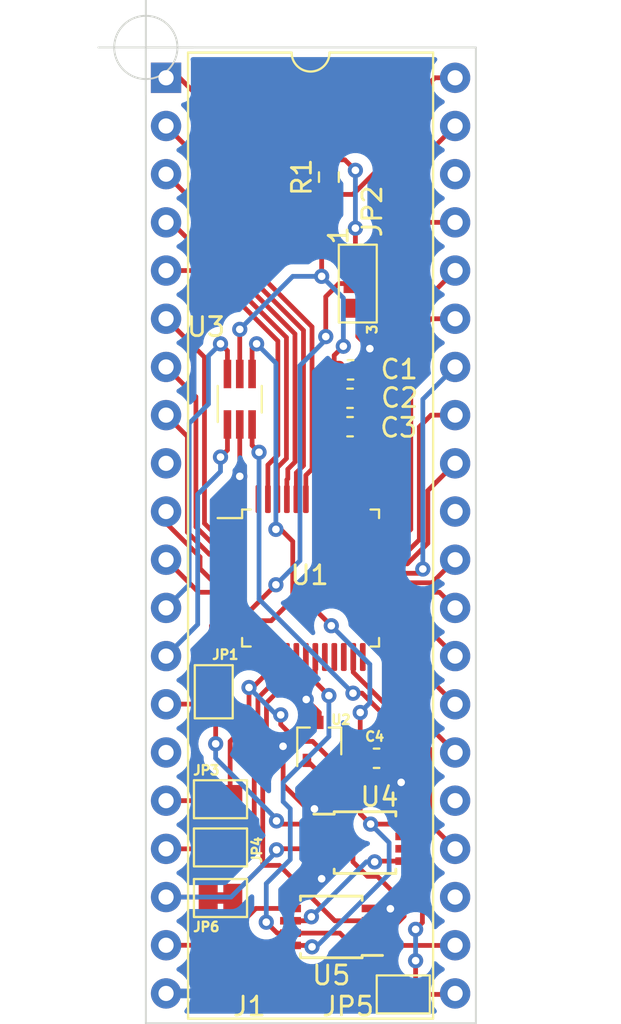
<source format=kicad_pcb>
(kicad_pcb (version 20211014) (generator pcbnew)
  (layers (0 "F.Cu" signal) (31 "B.Cu" signal) (34 "B.Paste" user) (35 "F.Paste" user) (36 "B.SilkS" user "B.Silkscreen") (37 "F.SilkS" user "F.Silkscreen") (38 "B.Mask" user) (39 "F.Mask" user) (44 "Edge.Cuts" user))
  (net 0 "")
  (net 3 "GND")
  (net 6 "_DTR")
  (net 7 "_CTS")
  (net 8 "_DSR")
  (net 10 "VCC")
  (net 23 "_OP")
  (net 24 "_RTS")
  (net 25 "_DIP_IOR")
  (net 29 "DIP_IOR")
  (net 30 "_TXRDY")
  (net 33 "/D_{7}")
  (net 34 "/D_{6}")
  (net 35 "/D_{5}")
  (net 36 "/D_{4}")
  (net 37 "/D_{3}")
  (net 38 "/D_{2}")
  (net 39 "/D_{1}")
  (net 40 "/D_{0}")
  (net 41 "_DIP_CS2")
  (net 42 "_UART_CS")
  (net 43 "A_{2}")
  (net 44 "A_{1}")
  (net 45 "A_{0}")
  (net 46 "Net-(JP2-Pad1)")
  (net 47 "MODE")
  (net 48 "RESET")
  (net 49 "INT")
  (net 50 "DIP_CS1")
  (net 51 "DIP_CS0")
  (net 52 "TX")
  (net 53 "RX")
  (net 54 "_RI")
  (net 55 "XTAL1")
  (net 56 "XTAL2")
  (net 57 "DIP_XTAL1")
  (net 58 "DIP_XTAL2")
  (net 59 "_RXRDY")
  (net 60 "_IOW")
  (net 61 "_IOR")
  (net 62 "_DIP_IOW")
  (net 63 "DIP_IOW")
  (net 64 "Net-(U3-Pad3)")
  (net 66 "Net-(U4-Pad2)")
  (net 67 "Net-(U4-Pad5)")
  (footprint "Package_DIP:DIP-40_W15.24mm" (layer "F.Cu") (at 21.5138 19.3802)
    (fp_text reference "J1" (at 4.3942 48.9458) (layer "F.SilkS"))
    (fp_text value "DIP")
    (pad "1" thru_hole rect (at 0 0) (size 1.6 1.6) (drill 0.8) (layers *.Cu *.Mask) (net 40 "/D_{0}"))
    (pad "2" thru_hole oval (at 0 2.54) (size 1.6 1.6) (drill 0.8) (layers *.Cu *.Mask) (net 39 "/D_{1}"))
    (pad "3" thru_hole oval (at 0 5.08) (size 1.6 1.6) (drill 0.8) (layers *.Cu *.Mask) (net 38 "/D_{2}"))
    (pad "4" thru_hole oval (at 0 7.62) (size 1.6 1.6) (drill 0.8) (layers *.Cu *.Mask) (net 37 "/D_{3}"))
    (pad "5" thru_hole oval (at 0 10.16) (size 1.6 1.6) (drill 0.8) (layers *.Cu *.Mask) (net 36 "/D_{4}"))
    (pad "6" thru_hole oval (at 0 12.7) (size 1.6 1.6) (drill 0.8) (layers *.Cu *.Mask) (net 35 "/D_{5}"))
    (pad "7" thru_hole oval (at 0 15.24) (size 1.6 1.6) (drill 0.8) (layers *.Cu *.Mask) (net 34 "/D_{6}"))
    (pad "8" thru_hole oval (at 0 17.78) (size 1.6 1.6) (drill 0.8) (layers *.Cu *.Mask) (net 33 "/D_{7}"))
    (pad "9" thru_hole oval (at 0 20.32) (size 1.6 1.6) (drill 0.8) (layers *.Cu *.Mask))
    (pad "10" thru_hole oval (at 0 22.86) (size 1.6 1.6) (drill 0.8) (layers *.Cu *.Mask) (net 53 "RX"))
    (pad "11" thru_hole oval (at 0 25.4) (size 1.6 1.6) (drill 0.8) (layers *.Cu *.Mask) (net 52 "TX"))
    (pad "12" thru_hole oval (at 0 27.94) (size 1.6 1.6) (drill 0.8) (layers *.Cu *.Mask) (net 51 "DIP_CS0"))
    (pad "13" thru_hole oval (at 0 30.48) (size 1.6 1.6) (drill 0.8) (layers *.Cu *.Mask) (net 50 "DIP_CS1"))
    (pad "14" thru_hole oval (at 0 33.02) (size 1.6 1.6) (drill 0.8) (layers *.Cu *.Mask) (net 41 "_DIP_CS2"))
    (pad "15" thru_hole oval (at 0 35.56) (size 1.6 1.6) (drill 0.8) (layers *.Cu *.Mask))
    (pad "16" thru_hole oval (at 0 38.1) (size 1.6 1.6) (drill 0.8) (layers *.Cu *.Mask) (net 57 "DIP_XTAL1"))
    (pad "17" thru_hole oval (at 0 40.64) (size 1.6 1.6) (drill 0.8) (layers *.Cu *.Mask) (net 58 "DIP_XTAL2"))
    (pad "18" thru_hole oval (at 0 43.18) (size 1.6 1.6) (drill 0.8) (layers *.Cu *.Mask) (net 62 "_DIP_IOW"))
    (pad "19" thru_hole oval (at 0 45.72) (size 1.6 1.6) (drill 0.8) (layers *.Cu *.Mask) (net 63 "DIP_IOW"))
    (pad "20" thru_hole oval (at 0 48.26) (size 1.6 1.6) (drill 0.8) (layers *.Cu *.Mask) (net 3 "GND"))
    (pad "21" thru_hole oval (at 15.24 48.26) (size 1.6 1.6) (drill 0.8) (layers *.Cu *.Mask) (net 25 "_DIP_IOR"))
    (pad "22" thru_hole oval (at 15.24 45.72) (size 1.6 1.6) (drill 0.8) (layers *.Cu *.Mask) (net 29 "DIP_IOR"))
    (pad "23" thru_hole oval (at 15.24 43.18) (size 1.6 1.6) (drill 0.8) (layers *.Cu *.Mask))
    (pad "24" thru_hole oval (at 15.24 40.64) (size 1.6 1.6) (drill 0.8) (layers *.Cu *.Mask) (net 30 "_TXRDY"))
    (pad "25" thru_hole oval (at 15.24 38.1) (size 1.6 1.6) (drill 0.8) (layers *.Cu *.Mask))
    (pad "26" thru_hole oval (at 15.24 35.56) (size 1.6 1.6) (drill 0.8) (layers *.Cu *.Mask) (net 43 "A_{2}"))
    (pad "27" thru_hole oval (at 15.24 33.02) (size 1.6 1.6) (drill 0.8) (layers *.Cu *.Mask) (net 44 "A_{1}"))
    (pad "28" thru_hole oval (at 15.24 30.48) (size 1.6 1.6) (drill 0.8) (layers *.Cu *.Mask) (net 45 "A_{0}"))
    (pad "29" thru_hole oval (at 15.24 27.94) (size 1.6 1.6) (drill 0.8) (layers *.Cu *.Mask) (net 59 "_RXRDY"))
    (pad "30" thru_hole oval (at 15.24 25.4) (size 1.6 1.6) (drill 0.8) (layers *.Cu *.Mask) (net 49 "INT"))
    (pad "31" thru_hole oval (at 15.24 22.86) (size 1.6 1.6) (drill 0.8) (layers *.Cu *.Mask))
    (pad "32" thru_hole oval (at 15.24 20.32) (size 1.6 1.6) (drill 0.8) (layers *.Cu *.Mask) (net 24 "_RTS"))
    (pad "33" thru_hole oval (at 15.24 17.78) (size 1.6 1.6) (drill 0.8) (layers *.Cu *.Mask) (net 6 "_DTR"))
    (pad "34" thru_hole oval (at 15.24 15.24) (size 1.6 1.6) (drill 0.8) (layers *.Cu *.Mask) (net 23 "_OP"))
    (pad "35" thru_hole oval (at 15.24 12.7) (size 1.6 1.6) (drill 0.8) (layers *.Cu *.Mask) (net 48 "RESET"))
    (pad "36" thru_hole oval (at 15.24 10.16) (size 1.6 1.6) (drill 0.8) (layers *.Cu *.Mask) (net 7 "_CTS"))
    (pad "37" thru_hole oval (at 15.24 7.62) (size 1.6 1.6) (drill 0.8) (layers *.Cu *.Mask) (net 8 "_DSR"))
    (pad "38" thru_hole oval (at 15.24 5.08) (size 1.6 1.6) (drill 0.8) (layers *.Cu *.Mask))
    (pad "39" thru_hole oval (at 15.24 2.54) (size 1.6 1.6) (drill 0.8) (layers *.Cu *.Mask) (net 54 "_RI"))
    (pad "40" thru_hole oval (at 15.24 0) (size 1.6 1.6) (drill 0.8) (layers *.Cu *.Mask) (net 10 "VCC"))
  )
  (footprint "Package_QFP:TQFP-48_7x7mm_P0.5mm" (layer "F.Cu") (at 29.1338 45.7454)
    (fp_text reference "U1" (at -0.0508 -0.1524) (layer "F.SilkS"))
    (fp_text value "TL16C750E")
    (pad "1" smd roundrect (at -4.1625 -2.75) (size 1.475 0.3) (layers "F.Cu" "F.Paste" "F.Mask"))
    (pad "2" smd roundrect (at -4.1625 -2.25) (size 1.475 0.3) (layers "F.Cu" "F.Paste" "F.Mask") (net 35 "/D_{5}"))
    (pad "3" smd roundrect (at -4.1625 -1.75) (size 1.475 0.3) (layers "F.Cu" "F.Paste" "F.Mask") (net 34 "/D_{6}"))
    (pad "4" smd roundrect (at -4.1625 -1.25) (size 1.475 0.3) (layers "F.Cu" "F.Paste" "F.Mask") (net 33 "/D_{7}"))
    (pad "5" smd roundrect (at -4.1625 -0.75) (size 1.475 0.3) (layers "F.Cu" "F.Paste" "F.Mask"))
    (pad "6" smd roundrect (at -4.1625 -0.25) (size 1.475 0.3) (layers "F.Cu" "F.Paste" "F.Mask"))
    (pad "7" smd roundrect (at -4.1625 0.25) (size 1.475 0.3) (layers "F.Cu" "F.Paste" "F.Mask") (net 53 "RX"))
    (pad "8" smd roundrect (at -4.1625 0.75) (size 1.475 0.3) (layers "F.Cu" "F.Paste" "F.Mask") (net 52 "TX"))
    (pad "9" smd roundrect (at -4.1625 1.25) (size 1.475 0.3) (layers "F.Cu" "F.Paste" "F.Mask"))
    (pad "10" smd roundrect (at -4.1625 1.75) (size 1.475 0.3) (layers "F.Cu" "F.Paste" "F.Mask") (net 47 "MODE"))
    (pad "11" smd roundrect (at -4.1625 2.25) (size 1.475 0.3) (layers "F.Cu" "F.Paste" "F.Mask") (net 42 "_UART_CS"))
    (pad "12" smd roundrect (at -4.1625 2.75) (size 1.475 0.3) (layers "F.Cu" "F.Paste" "F.Mask"))
    (pad "13" smd roundrect (at -2.75 4.1625) (size 0.3 1.475) (layers "F.Cu" "F.Paste" "F.Mask"))
    (pad "14" smd roundrect (at -2.25 4.1625) (size 0.3 1.475) (layers "F.Cu" "F.Paste" "F.Mask") (net 55 "XTAL1"))
    (pad "15" smd roundrect (at -1.75 4.1625) (size 0.3 1.475) (layers "F.Cu" "F.Paste" "F.Mask") (net 56 "XTAL2"))
    (pad "16" smd roundrect (at -1.25 4.1625) (size 0.3 1.475) (layers "F.Cu" "F.Paste" "F.Mask") (net 60 "_IOW"))
    (pad "17" smd roundrect (at -0.75 4.1625) (size 0.3 1.475) (layers "F.Cu" "F.Paste" "F.Mask"))
    (pad "18" smd roundrect (at -0.25 4.1625) (size 0.3 1.475) (layers "F.Cu" "F.Paste" "F.Mask") (net 3 "GND"))
    (pad "19" smd roundrect (at 0.25 4.1625) (size 0.3 1.475) (layers "F.Cu" "F.Paste" "F.Mask") (net 61 "_IOR"))
    (pad "20" smd roundrect (at 0.75 4.1625) (size 0.3 1.475) (layers "F.Cu" "F.Paste" "F.Mask"))
    (pad "21" smd roundrect (at 1.25 4.1625) (size 0.3 1.475) (layers "F.Cu" "F.Paste" "F.Mask"))
    (pad "22" smd roundrect (at 1.75 4.1625) (size 0.3 1.475) (layers "F.Cu" "F.Paste" "F.Mask"))
    (pad "23" smd roundrect (at 2.25 4.1625) (size 0.3 1.475) (layers "F.Cu" "F.Paste" "F.Mask") (net 30 "_TXRDY"))
    (pad "24" smd roundrect (at 2.75 4.1625) (size 0.3 1.475) (layers "F.Cu" "F.Paste" "F.Mask"))
    (pad "25" smd roundrect (at 4.1625 2.75) (size 1.475 0.3) (layers "F.Cu" "F.Paste" "F.Mask"))
    (pad "26" smd roundrect (at 4.1625 2.25) (size 1.475 0.3) (layers "F.Cu" "F.Paste" "F.Mask") (net 43 "A_{2}"))
    (pad "27" smd roundrect (at 4.1625 1.75) (size 1.475 0.3) (layers "F.Cu" "F.Paste" "F.Mask") (net 44 "A_{1}"))
    (pad "28" smd roundrect (at 4.1625 1.25) (size 1.475 0.3) (layers "F.Cu" "F.Paste" "F.Mask") (net 45 "A_{0}"))
    (pad "29" smd roundrect (at 4.1625 0.75) (size 1.475 0.3) (layers "F.Cu" "F.Paste" "F.Mask") (net 59 "_RXRDY"))
    (pad "30" smd roundrect (at 4.1625 0.25) (size 1.475 0.3) (layers "F.Cu" "F.Paste" "F.Mask") (net 49 "INT"))
    (pad "31" smd roundrect (at 4.1625 -0.25) (size 1.475 0.3) (layers "F.Cu" "F.Paste" "F.Mask") (net 23 "_OP"))
    (pad "32" smd roundrect (at 4.1625 -0.75) (size 1.475 0.3) (layers "F.Cu" "F.Paste" "F.Mask") (net 24 "_RTS"))
    (pad "33" smd roundrect (at 4.1625 -1.25) (size 1.475 0.3) (layers "F.Cu" "F.Paste" "F.Mask") (net 6 "_DTR"))
    (pad "34" smd roundrect (at 4.1625 -1.75) (size 1.475 0.3) (layers "F.Cu" "F.Paste" "F.Mask"))
    (pad "35" smd roundrect (at 4.1625 -2.25) (size 1.475 0.3) (layers "F.Cu" "F.Paste" "F.Mask") (net 48 "RESET"))
    (pad "36" smd roundrect (at 4.1625 -2.75) (size 1.475 0.3) (layers "F.Cu" "F.Paste" "F.Mask"))
    (pad "37" smd roundrect (at 2.75 -4.1625) (size 0.3 1.475) (layers "F.Cu" "F.Paste" "F.Mask"))
    (pad "38" smd roundrect (at 2.25 -4.1625) (size 0.3 1.475) (layers "F.Cu" "F.Paste" "F.Mask") (net 7 "_CTS"))
    (pad "39" smd roundrect (at 1.75 -4.1625) (size 0.3 1.475) (layers "F.Cu" "F.Paste" "F.Mask") (net 8 "_DSR"))
    (pad "40" smd roundrect (at 1.25 -4.1625) (size 0.3 1.475) (layers "F.Cu" "F.Paste" "F.Mask"))
    (pad "41" smd roundrect (at 0.75 -4.1625) (size 0.3 1.475) (layers "F.Cu" "F.Paste" "F.Mask") (net 54 "_RI"))
    (pad "42" smd roundrect (at 0.25 -4.1625) (size 0.3 1.475) (layers "F.Cu" "F.Paste" "F.Mask") (net 10 "VCC"))
    (pad "43" smd roundrect (at -0.25 -4.1625) (size 0.3 1.475) (layers "F.Cu" "F.Paste" "F.Mask") (net 40 "/D_{0}"))
    (pad "44" smd roundrect (at -0.75 -4.1625) (size 0.3 1.475) (layers "F.Cu" "F.Paste" "F.Mask") (net 39 "/D_{1}"))
    (pad "45" smd roundrect (at -1.25 -4.1625) (size 0.3 1.475) (layers "F.Cu" "F.Paste" "F.Mask") (net 38 "/D_{2}"))
    (pad "46" smd roundrect (at -1.75 -4.1625) (size 0.3 1.475) (layers "F.Cu" "F.Paste" "F.Mask") (net 37 "/D_{3}"))
    (pad "47" smd roundrect (at -2.25 -4.1625) (size 0.3 1.475) (layers "F.Cu" "F.Paste" "F.Mask") (net 36 "/D_{4}"))
    (pad "48" smd roundrect (at -2.75 -4.1625) (size 0.3 1.475) (layers "F.Cu" "F.Paste" "F.Mask"))
  )
  (footprint "Jumper:SolderJumper-2_P1.3mm_Open_Pad1.0x1.5mm" (layer "F.Cu") (at 24.384 59.944)
    (fp_text reference "JP4" (at 1.92 0.127 270) (layer "F.SilkS") (effects (font (size 0.5 0.5) (thickness 0.125))))
    (fp_text value "XTAL2 passthrough")
    (pad "1" smd rect (at -0.65 0) (size 1 1.5) (layers "F.Cu" "F.Mask") (net 58 "DIP_XTAL2"))
    (pad "2" smd rect (at 0.65 0) (size 1 1.5) (layers "F.Cu" "F.Mask") (net 56 "XTAL2"))
  )
  (footprint "Jumper:SolderJumper-2_P1.3mm_Bridged_Pad1.0x1.5mm" (layer "F.Cu") (at 24.0284 51.7398 90)
    (fp_text reference "JP1" (at 1.9558 0.6096) (layer "F.SilkS") (effects (font (size 0.5 0.5) (thickness 0.125))))
    (fp_text value "_DIP_CS2 to _UART_CS passthrough")
    (fp_poly (pts (xy -0.25 -0.3) (xy 0.25 -0.3) (xy 0.25 0.3) (xy -0.25 0.3)) (layer "F.Cu") (width 0) (fill solid))
    (pad "1" smd rect (at -0.65 0 90) (size 1 1.5) (layers "F.Cu" "F.Mask") (net 41 "_DIP_CS2"))
    (pad "2" smd rect (at 0.65 0 90) (size 1 1.5) (layers "F.Cu" "F.Mask") (net 42 "_UART_CS"))
  )
  (footprint "Capacitor_SMD:C_0603_1608Metric_Pad1.08x0.95mm_HandSolder" (layer "F.Cu") (at 31.2133 36.2712)
    (fp_text reference "C2" (at 2.6162 -0.0208) (layer "F.SilkS"))
    (fp_text value "0.1uF")
    (pad "1" smd roundrect (at -0.8625 0) (size 1.075 0.95) (layers "F.Cu" "F.Paste" "F.Mask") (net 10 "VCC"))
    (pad "2" smd roundrect (at 0.8625 0) (size 1.075 0.95) (layers "F.Cu" "F.Paste" "F.Mask") (net 3 "GND"))
  )
  (footprint "Package_SO:TSSOP-8_3x3mm_P0.65mm" (layer "F.Cu") (at 30.226 64.135 180)
    (fp_text reference "U5" (at 0 -2.55) (layer "F.SilkS"))
    (fp_text value "74LVC2G02")
    (pad "1" smd rect (at -2.15 -0.975 180) (size 1.1 0.4) (layers "F.Cu" "F.Paste" "F.Mask") (net 29 "DIP_IOR"))
    (pad "2" smd rect (at -2.15 -0.325 180) (size 1.1 0.4) (layers "F.Cu" "F.Paste" "F.Mask") (net 66 "Net-(U4-Pad2)"))
    (pad "3" smd rect (at -2.15 0.325 180) (size 1.1 0.4) (layers "F.Cu" "F.Paste" "F.Mask") (net 60 "_IOW"))
    (pad "4" smd rect (at -2.15 0.975 180) (size 1.1 0.4) (layers "F.Cu" "F.Paste" "F.Mask") (net 3 "GND"))
    (pad "5" smd rect (at 2.15 0.975 180) (size 1.1 0.4) (layers "F.Cu" "F.Paste" "F.Mask") (net 63 "DIP_IOW"))
    (pad "6" smd rect (at 2.15 0.325 180) (size 1.1 0.4) (layers "F.Cu" "F.Paste" "F.Mask") (net 67 "Net-(U4-Pad5)"))
    (pad "7" smd rect (at 2.15 -0.325 180) (size 1.1 0.4) (layers "F.Cu" "F.Paste" "F.Mask") (net 61 "_IOR"))
    (pad "8" smd rect (at 2.15 -0.975 180) (size 1.1 0.4) (layers "F.Cu" "F.Paste" "F.Mask") (net 10 "VCC"))
  )
  (footprint "Jumper:SolderJumper-2_P1.3mm_Bridged_Pad1.0x1.5mm" (layer "F.Cu") (at 24.384 62.611)
    (fp_text reference "JP6" (at -0.747 1.524) (layer "F.SilkS") (effects (font (size 0.5 0.5) (thickness 0.125))))
    (fp_text value "_DIP_IOW to _IOW passthrough")
    (fp_poly (pts (xy -0.25 -0.3) (xy 0.25 -0.3) (xy 0.25 0.3) (xy -0.25 0.3)) (layer "F.Cu") (width 0) (fill solid))
    (pad "1" smd rect (at -0.65 0) (size 1 1.5) (layers "F.Cu" "F.Mask") (net 62 "_DIP_IOW"))
    (pad "2" smd rect (at 0.65 0) (size 1 1.5) (layers "F.Cu" "F.Mask") (net 60 "_IOW"))
  )
  (footprint "Capacitor_SMD:C_0603_1608Metric_Pad1.08x0.95mm_HandSolder" (layer "F.Cu") (at 31.2155 37.7698)
    (fp_text reference "C3" (at 2.5665 0.0508) (layer "F.SilkS"))
    (fp_text value "0.01uF")
    (pad "1" smd roundrect (at -0.8625 0) (size 1.075 0.95) (layers "F.Cu" "F.Paste" "F.Mask") (net 10 "VCC"))
    (pad "2" smd roundrect (at 0.8625 0) (size 1.075 0.95) (layers "F.Cu" "F.Paste" "F.Mask") (net 3 "GND"))
  )
  (footprint "Package_TO_SOT_SMD:SOT-363_SC-70-6_Handsoldering" (layer "F.Cu") (at 25.4 36.322 90)
    (fp_text reference "U3" (at 3.81 -1.778) (layer "F.SilkS"))
    (fp_text value "74LVC1G10")
    (pad "1" smd rect (at -1.33 -0.65 90) (size 1.5 0.4) (layers "F.Cu" "F.Paste" "F.Mask") (net 50 "DIP_CS1"))
    (pad "2" smd rect (at -1.33 0 90) (size 1.5 0.4) (layers "F.Cu" "F.Paste" "F.Mask") (net 3 "GND"))
    (pad "3" smd rect (at -1.33 0.65 90) (size 1.5 0.4) (layers "F.Cu" "F.Paste" "F.Mask") (net 64 "Net-(U3-Pad3)"))
    (pad "4" smd rect (at 1.33 0.65 90) (size 1.5 0.4) (layers "F.Cu" "F.Paste" "F.Mask") (net 42 "_UART_CS"))
    (pad "5" smd rect (at 1.33 0 90) (size 1.5 0.4) (layers "F.Cu" "F.Paste" "F.Mask") (net 10 "VCC"))
    (pad "6" smd rect (at 1.33 -0.65 90) (size 1.5 0.4) (layers "F.Cu" "F.Paste" "F.Mask") (net 51 "DIP_CS0"))
  )
  (footprint "Capacitor_SMD:C_0603_1608Metric_Pad1.08x0.95mm_HandSolder" (layer "F.Cu") (at 31.2409 34.7726)
    (fp_text reference "C1" (at 2.5643 -0.0254) (layer "F.SilkS"))
    (fp_text value "1uF")
    (pad "1" smd roundrect (at -0.8625 0) (size 1.075 0.95) (layers "F.Cu" "F.Paste" "F.Mask") (net 10 "VCC"))
    (pad "2" smd roundrect (at 0.8625 0) (size 1.075 0.95) (layers "F.Cu" "F.Paste" "F.Mask") (net 3 "GND"))
  )
  (footprint "Capacitor_SMD:C_0603_1608Metric_Pad1.08x0.95mm_HandSolder" (layer "F.Cu") (at 32.6125 55.245)
    (fp_text reference "C4" (at -0.1005 -1.143) (layer "F.SilkS") (effects (font (size 0.5 0.5) (thickness 0.125))))
    (fp_text value "0.1uF")
    (pad "1" smd roundrect (at -0.8625 0) (size 1.075 0.95) (layers "F.Cu" "F.Paste" "F.Mask") (net 10 "VCC"))
    (pad "2" smd roundrect (at 0.8625 0) (size 1.075 0.95) (layers "F.Cu" "F.Paste" "F.Mask") (net 3 "GND"))
  )
  (footprint "Resistor_SMD:R_0603_1608Metric_Pad0.98x0.95mm_HandSolder" (layer "F.Cu") (at 30.099 24.6145 90)
    (fp_text reference "R1" (at 0 -1.43 90) (layer "F.SilkS"))
    (fp_text value "10k")
    (pad "1" smd roundrect (at -0.9125 0 90) (size 0.975 0.95) (layers "F.Cu" "F.Paste" "F.Mask") (net 10 "VCC"))
    (pad "2" smd roundrect (at 0.9125 0 90) (size 0.975 0.95) (layers "F.Cu" "F.Paste" "F.Mask") (net 46 "Net-(JP2-Pad1)"))
  )
  (footprint "Jumper:SolderJumper-2_P1.3mm_Bridged_Pad1.0x1.5mm" (layer "F.Cu") (at 34.021 67.691 180)
    (fp_text reference "JP5" (at 2.906 -0.635 180) (layer "F.SilkS"))
    (fp_text value "_DIP_IOR to _IOR passthrough")
    (fp_poly (pts (xy -0.25 -0.3) (xy 0.25 -0.3) (xy 0.25 0.3) (xy -0.25 0.3)) (layer "F.Cu") (width 0) (fill solid))
    (pad "1" smd rect (at -0.65 0 180) (size 1 1.5) (layers "F.Cu" "F.Mask") (net 25 "_DIP_IOR"))
    (pad "2" smd rect (at 0.65 0 180) (size 1 1.5) (layers "F.Cu" "F.Mask") (net 61 "_IOR"))
  )
  (footprint "Package_TO_SOT_SMD:SOT-323_SC-70" (layer "F.Cu") (at 29.591 54.356 90)
    (fp_text reference "U2" (at 1.143 1.143 180) (layer "F.SilkS") (effects (font (size 0.5 0.5) (thickness 0.125))))
    (fp_text value "MAX7375AXR805")
    (pad "1" smd rect (at -1 -0.65) (size 0.45 0.7) (layers "F.Cu" "F.Paste" "F.Mask") (net 10 "VCC"))
    (pad "2" smd rect (at -1 0.65) (size 0.45 0.7) (layers "F.Cu" "F.Paste" "F.Mask") (net 55 "XTAL1"))
    (pad "3" smd rect (at 1 0) (size 0.45 0.7) (layers "F.Cu" "F.Paste" "F.Mask") (net 3 "GND"))
  )
  (footprint "Jumper:SolderJumper-2_P1.3mm_Open_Pad1.0x1.5mm" (layer "F.Cu") (at 24.384 57.404)
    (fp_text reference "JP3" (at -0.747 -1.524) (layer "F.SilkS") (effects (font (size 0.5 0.5) (thickness 0.125))))
    (fp_text value "XTAL1 passthrough")
    (pad "1" smd rect (at -0.65 0) (size 1 1.5) (layers "F.Cu" "F.Mask") (net 57 "DIP_XTAL1"))
    (pad "2" smd rect (at 0.65 0) (size 1 1.5) (layers "F.Cu" "F.Mask") (net 55 "XTAL1"))
  )
  (footprint "Jumper:SolderJumper-3_P1.3mm_Bridged12_Pad1.0x1.5mm_NumberLabels" (layer "F.Cu") (at 31.623 30.226 -90)
    (fp_text reference "JP2" (at -3.81 -0.762 90) (layer "F.SilkS"))
    (fp_text value "16C750E MODE select")
    (fp_text user "3" (at 2.413 -0.762 90) (layer "F.SilkS") (effects (font (size 0.5 0.5) (thickness 0.125))))
    (fp_text user "1" (at -2.54 1.016 90) (layer "F.SilkS"))
    (fp_poly (pts (xy -0.9 -0.3) (xy -0.4 -0.3) (xy -0.4 0.3) (xy -0.9 0.3)) (layer "F.Cu") (width 0) (fill solid))
    (pad "1" smd rect (at -1.3 0 270) (size 1 1.5) (layers "F.Cu" "F.Mask") (net 46 "Net-(JP2-Pad1)"))
    (pad "2" smd rect (at 0 0 270) (size 1 1.5) (layers "F.Cu" "F.Mask") (net 47 "MODE"))
    (pad "3" smd rect (at 1.3 0 270) (size 1 1.5) (layers "F.Cu" "F.Mask") (net 3 "GND"))
  )
  (footprint "Package_SO:TSSOP-8_3x3mm_P0.65mm" (layer "F.Cu") (at 32.004 59.69)
    (fp_text reference "U4" (at 0.762 -2.413) (layer "F.SilkS"))
    (fp_text value "74LVC3G04")
    (pad "1" smd rect (at -2.15 -0.975) (size 1.1 0.4) (layers "F.Cu" "F.Paste" "F.Mask") (net 41 "_DIP_CS2"))
    (pad "2" smd rect (at -2.15 -0.325) (size 1.1 0.4) (layers "F.Cu" "F.Paste" "F.Mask") (net 66 "Net-(U4-Pad2)"))
    (pad "3" smd rect (at -2.15 0.325) (size 1.1 0.4) (layers "F.Cu" "F.Paste" "F.Mask") (net 62 "_DIP_IOW"))
    (pad "4" smd rect (at -2.15 0.975) (size 1.1 0.4) (layers "F.Cu" "F.Paste" "F.Mask") (net 3 "GND"))
    (pad "5" smd rect (at 2.15 0.975) (size 1.1 0.4) (layers "F.Cu" "F.Paste" "F.Mask") (net 67 "Net-(U4-Pad5)"))
    (pad "6" smd rect (at 2.15 0.325) (size 1.1 0.4) (layers "F.Cu" "F.Paste" "F.Mask") (net 25 "_DIP_IOR"))
    (pad "7" smd rect (at 2.15 -0.325) (size 1.1 0.4) (layers "F.Cu" "F.Paste" "F.Mask") (net 64 "Net-(U3-Pad3)"))
    (pad "8" smd rect (at 2.15 -0.975) (size 1.1 0.4) (layers "F.Cu" "F.Paste" "F.Mask") (net 10 "VCC"))
  )
  (gr_line (start 20.447 69.215) (end 20.447 17.78) (layer "Edge.Cuts") (width 0.1))
  (gr_line (start 20.447 17.78) (end 37.846 17.78) (layer "Edge.Cuts") (width 0.1))
  (gr_line (start 37.846 17.78) (end 37.846 69.215) (layer "Edge.Cuts") (width 0.1))
  (gr_line (start 37.846 69.215) (end 20.447 69.215) (layer "Edge.Cuts") (width 0.1))
  (target plus (at 20.447 17.78) (size 5) (width 0.1) (layer "Edge.Cuts"))
  (segment (start 31.623 33.02) (end 32.258 33.655) (width 0.25) (layer "F.Cu") (net 3))
  (segment (start 31.623 31.526) (end 31.623 33.02) (width 0.25) (layer "F.Cu") (net 3))
  (segment (start 33.323609 63.16) (end 33.340281 63.176672) (width 0.25) (layer "F.Cu") (net 3))
  (segment (start 32.376 63.16) (end 33.323609 63.16) (width 0.25) (layer "F.Cu") (net 3))
  (segment (start 32.078 36.2734) (end 32.0758 36.2712) (width 0.25) (layer "F.Cu") (net 3))
  (segment (start 32.0758 36.2712) (end 32.0758 34.8002) (width 0.25) (layer "F.Cu") (net 3))
  (segment (start 27.686 56.642) (end 27.686 54.618598) (width 0.25) (layer "F.Cu") (net 3))
  (segment (start 29.854 60.665) (end 29.854 61.459) (width 0.25) (layer "F.Cu") (net 3))
  (segment (start 29.337 57.912) (end 28.956 57.912) (width 0.25) (layer "F.Cu") (net 3))
  (segment (start 33.475 56.081) (end 33.909 56.515) (width 0.25) (layer "F.Cu") (net 3))
  (segment (start 29.591 53.356) (end 29.591 52.832) (width 0.25) (layer "F.Cu") (net 3))
  (segment (start 33.475 55.245) (end 33.475 56.081) (width 0.25) (layer "F.Cu") (net 3))
  (segment (start 32.078 37.7698) (end 32.078 36.2734) (width 0.25) (layer "F.Cu") (net 3))
  (segment (start 29.591 52.832) (end 28.9052 52.1462) (width 0.25) (layer "F.Cu") (net 3))
  (segment (start 28.956 57.912) (end 27.686 56.642) (width 0.25) (layer "F.Cu") (net 3))
  (segment (start 28.8838 49.9079) (end 28.8838 52.1248) (width 0.25) (layer "F.Cu") (net 3))
  (segment (start 32.1034 34.7726) (end 32.1034 33.8096) (width 0.25) (layer "F.Cu") (net 3))
  (segment (start 28.8838 52.1248) (end 28.9052 52.1462) (width 0.25) (layer "F.Cu") (net 3))
  (segment (start 29.854 61.459) (end 29.718 61.595) (width 0.25) (layer "F.Cu") (net 3))
  (segment (start 25.4 37.652) (end 25.4 40.386) (width 0.25) (layer "F.Cu") (net 3))
  (segment (start 27.686 54.618598) (end 27.681701 54.614299) (width 0.25) (layer "F.Cu") (net 3))
  (segment (start 32.1034 33.8096) (end 32.258 33.655) (width 0.25) (layer "F.Cu") (net 3))
  (via (at 29.718 61.595) (size 0.8) (drill 0.4) (layers "F.Cu" "B.Cu") (net 3))
  (via (at 25.4 40.386) (size 0.8) (drill 0.4) (layers "F.Cu" "B.Cu") (net 3))
  (via (at 33.909 56.515) (size 0.8) (drill 0.4) (layers "F.Cu" "B.Cu") (net 3))
  (via (at 32.258 33.655) (size 0.8) (drill 0.4) (layers "F.Cu" "B.Cu") (net 3))
  (via (at 33.340281 63.176672) (size 0.8) (drill 0.4) (layers "F.Cu" "B.Cu") (net 3))
  (via (at 27.681701 54.614299) (size 0.8) (drill 0.4) (layers "F.Cu" "B.Cu") (net 3))
  (via (at 28.9052 52.1462) (size 0.8) (drill 0.4) (layers "F.Cu" "B.Cu") (net 3))
  (via (at 29.337 57.912) (size 0.8) (drill 0.4) (layers "F.Cu" "B.Cu") (net 3))
  (segment (start 28.665 58.584) (end 28.665 60.542) (width 0.25) (layer "B.Cu") (net 3))
  (segment (start 29.337 57.912) (end 28.665 58.584) (width 0.25) (layer "B.Cu") (net 3))
  (segment (start 28.665 60.542) (end 29.718 61.595) (width 0.25) (layer "B.Cu") (net 3))
  (segment (start 33.2963 44.4954) (end 34.099485 44.4954) (width 0.25) (layer "F.Cu") (net 6))
  (segment (start 34.867 37.777) (end 35.4838 37.1602) (width 0.25) (layer "F.Cu") (net 6))
  (segment (start 35.4838 37.1602) (end 36.7538 37.1602) (width 0.25) (layer "F.Cu") (net 6))
  (segment (start 34.867 43.727885) (end 34.867 37.777) (width 0.25) (layer "F.Cu") (net 6))
  (segment (start 34.099485 44.4954) (end 34.867 43.727885) (width 0.25) (layer "F.Cu") (net 6))
  (segment (start 33.967 38.931) (end 33.967 32.327) (width 0.25) (layer "F.Cu") (net 7))
  (segment (start 31.904515 40.259) (end 32.639 40.259) (width 0.25) (layer "F.Cu") (net 7))
  (segment (start 33.967 32.327) (end 36.7538 29.5402) (width 0.25) (layer "F.Cu") (net 7))
  (segment (start 31.3838 40.779715) (end 31.904515 40.259) (width 0.25) (layer "F.Cu") (net 7))
  (segment (start 31.3838 41.5829) (end 31.3838 40.779715) (width 0.25) (layer "F.Cu") (net 7))
  (segment (start 32.639 40.259) (end 33.967 38.931) (width 0.25) (layer "F.Cu") (net 7))
  (segment (start 34.7472 27.0002) (end 36.7538 27.0002) (width 0.25) (layer "F.Cu") (net 8))
  (segment (start 31.687198 39.686802) (end 32.574802 39.686802) (width 0.25) (layer "F.Cu") (net 8))
  (segment (start 33.517 28.2304) (end 34.7472 27.0002) (width 0.25) (layer "F.Cu") (net 8))
  (segment (start 33.517 38.744604) (end 33.517 28.2304) (width 0.25) (layer "F.Cu") (net 8))
  (segment (start 30.8838 40.4902) (end 31.687198 39.686802) (width 0.25) (layer "F.Cu") (net 8))
  (segment (start 32.574802 39.686802) (end 33.517 38.744604) (width 0.25) (layer "F.Cu") (net 8))
  (segment (start 30.8838 41.5829) (end 30.8838 40.4902) (width 0.25) (layer "F.Cu") (net 8))
  (segment (start 34.154 58.715) (end 32.299 58.715) (width 0.25) (layer "F.Cu") (net 10))
  (segment (start 31.369 25.527) (end 35.4076 21.4884) (width 0.25) (layer "F.Cu") (net 10))
  (segment (start 30.3508 34.8002) (end 30.3784 34.7726) (width 0.25) (layer "F.Cu") (net 10))
  (segment (start 31.75 58.166) (end 32.299 58.715) (width 0.25) (layer "F.Cu") (net 10))
  (segment (start 35.4076 21.4884) (end 35.4076 19.6596) (width 0.25) (layer "F.Cu") (net 10))
  (segment (start 35.4076 19.6596) (end 35.687 19.3802) (width 0.25) (layer "F.Cu") (net 10))
  (segment (start 30.353 37.2386) (end 30.3508 37.2364) (width 0.25) (layer "F.Cu") (net 10))
  (segment (start 30.099 25.527) (end 31.369 25.527) (width 0.25) (layer "F.Cu") (net 10))
  (segment (start 29.3838 41.5829) (end 29.3838 47.4178) (width 0.25) (layer "F.Cu") (net 10))
  (segment (start 30.1 56.515) (end 28.941 55.356) (width 0.25) (layer "F.Cu") (net 10))
  (segment (start 31.75 55.88) (end 31.115 56.515) (width 0.25) (layer "F.Cu") (net 10))
  (segment (start 31.115 56.515) (end 30.1 56.515) (width 0.25) (layer "F.Cu") (net 10))
  (segment (start 29.3838 47.4178) (end 30.226 48.26) (width 0.25) (layer "F.Cu") (net 10))
  (segment (start 31.75 55.245) (end 31.75 55.88) (width 0.25) (layer "F.Cu") (net 10))
  (segment (start 31.75 55.245) (end 31.75 58.166) (width 0.25) (layer "F.Cu") (net 10))
  (segment (start 29.3838 40.643319) (end 30.353 39.674119) (width 0.25) (layer "F.Cu") (net 10))
  (segment (start 28.076 65.11) (end 29.1355 65.11) (width 0.25) (layer "F.Cu") (net 10))
  (segment (start 30.3508 37.2364) (end 30.3508 34.8002) (width 0.25) (layer "F.Cu") (net 10))
  (segment (start 29.718 25.908) (end 30.099 25.527) (width 0.25) (layer "F.Cu") (net 10))
  (segment (start 30.353 39.674119) (end 30.353 37.2386) (width 0.25) (layer "F.Cu") (net 10))
  (segment (start 29.718 29.845) (end 29.718 25.908) (width 0.25) (layer "F.Cu") (net 10))
  (segment (start 29.3838 41.5829) (end 29.3838 40.643319) (width 0.25) (layer "F.Cu") (net 10))
  (segment (start 31.75 55.245) (end 31.75 52.832) (width 0.25) (layer "F.Cu") (net 10))
  (segment (start 35.687 19.3802) (end 36.7538 19.3802) (width 0.25) (layer "F.Cu") (net 10))
  (segment (start 29.1355 65.11) (end 29.21 65.1845) (width 0.25) (layer "F.Cu") (net 10))
  (segment (start 30.3784 34.0106) (end 30.861 33.528) (width 0.25) (layer "F.Cu") (net 10))
  (segment (start 25.4 34.992) (end 25.4 32.639) (width 0.25) (layer "F.Cu") (net 10))
  (segment (start 30.3784 34.7726) (end 30.3784 34.0106) (width 0.25) (layer "F.Cu") (net 10))
  (via (at 29.21 65.1845) (size 0.8) (drill 0.4) (layers "F.Cu" "B.Cu") (net 10))
  (via (at 30.861 33.528) (size 0.8) (drill 0.4) (layers "F.Cu" "B.Cu") (net 10))
  (via (at 25.4 32.639) (size 0.8) (drill 0.4) (layers "F.Cu" "B.Cu") (net 10))
  (via (at 29.718 29.845) (size 0.8) (drill 0.4) (layers "F.Cu" "B.Cu") (net 10))
  (via (at 30.226 48.26) (size 0.8) (drill 0.4) (layers "F.Cu" "B.Cu") (net 10))
  (via (at 31.75 52.832) (size 0.8) (drill 0.4) (layers "F.Cu" "B.Cu") (net 10))
  (via (at 32.299 58.715) (size 0.8) (drill 0.4) (layers "F.Cu" "B.Cu") (net 10))
  (segment (start 29.4305 65.1845) (end 33.274 61.341) (width 0.25) (layer "B.Cu") (net 10))
  (segment (start 30.861 30.988) (end 29.718 29.845) (width 0.25) (layer "B.Cu") (net 10))
  (segment (start 33.274 61.341) (end 33.274 59.69) (width 0.25) (layer "B.Cu") (net 10))
  (segment (start 30.861 33.528) (end 30.861 30.988) (width 0.25) (layer "B.Cu") (net 10))
  (segment (start 32.258 52.324) (end 31.75 52.832) (width 0.25) (layer "B.Cu") (net 10))
  (segment (start 32.258 50.292) (end 32.258 52.324) (width 0.25) (layer "B.Cu") (net 10))
  (segment (start 33.274 59.69) (end 32.299 58.715) (width 0.25) (layer "B.Cu") (net 10))
  (segment (start 30.226 48.26) (end 32.258 50.292) (width 0.25) (layer "B.Cu") (net 10))
  (segment (start 25.4 32.639) (end 28.194 29.845) (width 0.25) (layer "B.Cu") (net 10))
  (segment (start 29.21 65.1845) (end 29.4305 65.1845) (width 0.25) (layer "B.Cu") (net 10))
  (segment (start 28.194 29.845) (end 29.718 29.845) (width 0.25) (layer "B.Cu") (net 10))
  (segment (start 33.2963 45.4954) (end 34.8275 45.4954) (width 0.25) (layer "F.Cu") (net 23))
  (segment (start 34.8275 45.4954) (end 35.052 45.2709) (width 0.25) (layer "F.Cu") (net 23))
  (via (at 35.052 45.2709) (size 0.8) (drill 0.4) (layers "F.Cu" "B.Cu") (net 23))
  (segment (start 36.7538 34.6202) (end 35.052 36.322) (width 0.25) (layer "B.Cu") (net 23))
  (segment (start 35.052 36.322) (end 35.052 45.2709) (width 0.25) (layer "B.Cu") (net 23))
  (segment (start 35.317 41.137) (end 36.7538 39.7002) (width 0.25) (layer "F.Cu") (net 24))
  (segment (start 33.2963 44.9954) (end 34.235881 44.9954) (width 0.25) (layer "F.Cu") (net 24))
  (segment (start 34.235881 44.9954) (end 35.317 43.914281) (width 0.25) (layer "F.Cu") (net 24))
  (segment (start 35.317 43.914281) (end 35.317 41.137) (width 0.25) (layer "F.Cu") (net 24))
  (segment (start 35.029 60.248) (end 34.796 60.015) (width 0.25) (layer "F.Cu") (net 25))
  (segment (start 35.029 63.904) (end 35.029 60.248) (width 0.25) (layer "F.Cu") (net 25))
  (segment (start 36.703 67.691) (end 36.7538 67.6402) (width 0.25) (layer "F.Cu") (net 25))
  (segment (start 34.671 67.691) (end 36.703 67.691) (width 0.25) (layer "F.Cu") (net 25))
  (segment (start 34.796 60.015) (end 34.154 60.015) (width 0.25) (layer "F.Cu") (net 25))
  (segment (start 34.671 64.262) (end 35.029 63.904) (width 0.25) (layer "F.Cu") (net 25))
  (segment (start 34.671 67.691) (end 34.671 65.913) (width 0.25) (layer "F.Cu") (net 25))
  (via (at 34.671 64.262) (size 0.8) (drill 0.4) (layers "F.Cu" "B.Cu") (net 25))
  (via (at 34.671 65.913) (size 0.8) (drill 0.4) (layers "F.Cu" "B.Cu") (net 25))
  (segment (start 34.671 65.913) (end 34.671 64.262) (width 0.25) (layer "B.Cu") (net 25))
  (segment (start 32.376 65.11) (end 36.744 65.11) (width 0.25) (layer "F.Cu") (net 29))
  (segment (start 36.744 65.11) (end 36.7538 65.1002) (width 0.25) (layer "F.Cu") (net 29))
  (segment (start 36.7538 60.0202) (end 35.502 58.7684) (width 0.25) (layer "F.Cu") (net 30))
  (segment (start 31.3838 50.711085) (end 35.179 54.506285) (width 0.25) (layer "F.Cu") (net 30))
  (segment (start 35.502 58.7684) (end 35.502 54.829285) (width 0.25) (layer "F.Cu") (net 30))
  (segment (start 35.502 54.829285) (end 35.167357 54.494642) (width 0.25) (layer "F.Cu") (net 30))
  (segment (start 31.3838 49.9079) (end 31.3838 50.711085) (width 0.25) (layer "F.Cu") (net 30))
  (segment (start 22.6388 38.2852) (end 21.5138 37.1602) (width 0.25) (layer "F.Cu") (net 33))
  (segment (start 24.9713 44.4954) (end 23.8006 44.4954) (width 0.25) (layer "F.Cu") (net 33))
  (segment (start 23.8006 44.4954) (end 22.6388 43.3336) (width 0.25) (layer "F.Cu") (net 33))
  (segment (start 22.6388 43.3336) (end 22.6388 38.2852) (width 0.25) (layer "F.Cu") (net 33))
  (segment (start 24.9713 43.9954) (end 24.031719 43.9954) (width 0.25) (layer "F.Cu") (net 34))
  (segment (start 23.0888 36.1952) (end 21.5138 34.6202) (width 0.25) (layer "F.Cu") (net 34))
  (segment (start 23.0888 43.052481) (end 23.0888 36.1952) (width 0.25) (layer "F.Cu") (net 34))
  (segment (start 24.031719 43.9954) (end 23.0888 43.052481) (width 0.25) (layer "F.Cu") (net 34))
  (segment (start 23.5388 34.1052) (end 21.5138 32.0802) (width 0.25) (layer "F.Cu") (net 35))
  (segment (start 23.5388 42.866085) (end 23.5388 34.1052) (width 0.25) (layer "F.Cu") (net 35))
  (segment (start 24.168115 43.4954) (end 23.5388 42.866085) (width 0.25) (layer "F.Cu") (net 35))
  (segment (start 24.9713 43.4954) (end 24.168115 43.4954) (width 0.25) (layer "F.Cu") (net 35))
  (segment (start 26.8838 39.785616) (end 27.41 39.259416) (width 0.25) (layer "F.Cu") (net 36))
  (segment (start 23.6982 29.5402) (end 21.5138 29.5402) (width 0.25) (layer "F.Cu") (net 36))
  (segment (start 26.8838 41.5829) (end 26.8838 39.785616) (width 0.25) (layer "F.Cu") (net 36))
  (segment (start 27.41 33.252) (end 23.6982 29.5402) (width 0.25) (layer "F.Cu") (net 36))
  (segment (start 27.41 39.259416) (end 27.41 33.252) (width 0.25) (layer "F.Cu") (net 36))
  (segment (start 27.3838 39.922012) (end 27.86 39.445812) (width 0.25) (layer "F.Cu") (net 37))
  (segment (start 27.86 33.065604) (end 21.794596 27.0002) (width 0.25) (layer "F.Cu") (net 37))
  (segment (start 27.3838 41.5829) (end 27.3838 39.922012) (width 0.25) (layer "F.Cu") (net 37))
  (segment (start 21.794596 27.0002) (end 21.5138 27.0002) (width 0.25) (layer "F.Cu") (net 37))
  (segment (start 27.86 39.445812) (end 27.86 33.065604) (width 0.25) (layer "F.Cu") (net 37))
  (segment (start 27.9338 40.008408) (end 28.31 39.632208) (width 0.25) (layer "F.Cu") (net 38))
  (segment (start 27.8838 40.563) (end 27.9338 40.513) (width 0.25) (layer "F.Cu") (net 38))
  (segment (start 28.31 32.879208) (end 23.241 27.810208) (width 0.25) (layer "F.Cu") (net 38))
  (segment (start 21.5138 24.4602) (end 23.241 26.1874) (width 0.25) (layer "F.Cu") (net 38))
  (segment (start 27.8838 41.5829) (end 27.8838 40.563) (width 0.25) (layer "F.Cu") (net 38))
  (segment (start 28.31 39.632208) (end 28.31 32.879208) (width 0.25) (layer "F.Cu") (net 38))
  (segment (start 27.9338 40.513) (end 27.9338 40.008408) (width 0.25) (layer "F.Cu") (net 38))
  (segment (start 23.241 26.1874) (end 23.241 27.810208) (width 0.25) (layer "F.Cu") (net 38))
  (segment (start 23.691 24.0974) (end 21.5138 21.9202) (width 0.25) (layer "F.Cu") (net 39))
  (segment (start 23.691 27.623812) (end 23.691 24.0974) (width 0.25) (layer "F.Cu") (net 39))
  (segment (start 28.3838 40.194804) (end 28.76 39.818604) (width 0.25) (layer "F.Cu") (net 39))
  (segment (start 28.76 32.692812) (end 23.691 27.623812) (width 0.25) (layer "F.Cu") (net 39))
  (segment (start 28.3838 41.5829) (end 28.3838 40.194804) (width 0.25) (layer "F.Cu") (net 39))
  (segment (start 28.76 39.818604) (end 28.76 32.692812) (width 0.25) (layer "F.Cu") (net 39))
  (segment (start 29.21 33.147) (end 29.21 32.506416) (width 0.25) (layer "F.Cu") (net 40))
  (segment (start 22.225 19.3802) (end 21.5138 19.3802) (width 0.25) (layer "F.Cu") (net 40))
  (segment (start 28.8838 40.3312) (end 29.21 40.005) (width 0.25) (layer "F.Cu") (net 40))
  (segment (start 24.141 21.2962) (end 22.225 19.3802) (width 0.25) (layer "F.Cu") (net 40))
  (segment (start 28.8838 41.5829) (end 28.8838 40.3312) (width 0.25) (layer "F.Cu") (net 40))
  (segment (start 28.958792 32.255208) (end 24.141 27.437416) (width 0.25) (layer "F.Cu") (net 40))
  (segment (start 29.21 32.506416) (end 28.958792 32.255208) (width 0.25) (layer "F.Cu") (net 40))
  (segment (start 29.21 40.005) (end 29.21 33.147) (width 0.25) (layer "F.Cu") (net 40))
  (segment (start 24.141 27.437416) (end 24.141 21.2962) (width 0.25) (layer "F.Cu") (net 40))
  (segment (start 24.0284 52.3898) (end 21.5242 52.3898) (width 0.25) (layer "F.Cu") (net 41))
  (segment (start 27.6 58.715) (end 27.432 58.547) (width 0.25) (layer "F.Cu") (net 41))
  (segment (start 24.13 54.483) (end 24.13 52.4914) (width 0.25) (layer "F.Cu") (net 41))
  (segment (start 27.432 58.547) (end 27.3365 58.547) (width 0.25) (layer "F.Cu") (net 41))
  (segment (start 29.854 58.715) (end 27.6 58.715) (width 0.25) (layer "F.Cu") (net 41))
  (segment (start 24.13 52.4914) (end 24.0284 52.3898) (width 0.25) (layer "F.Cu") (net 41))
  (segment (start 21.5242 52.3898) (end 21.5138 52.4002) (width 0.25) (layer "F.Cu") (net 41))
  (via (at 27.3365 58.547) (size 0.8) (drill 0.4) (layers "F.Cu" "B.Cu") (net 41))
  (via (at 24.13 54.483) (size 0.8) (drill 0.4) (layers "F.Cu" "B.Cu") (net 41))
  (segment (start 24.13 55.245) (end 24.13 54.483) (width 0.25) (layer "B.Cu") (net 41))
  (segment (start 27.3365 58.4515) (end 24.13 55.245) (width 0.25) (layer "B.Cu") (net 41))
  (segment (start 27.3365 58.547) (end 27.3365 58.4515) (width 0.25) (layer "B.Cu") (net 41))
  (segment (start 24.168115 47.9954) (end 23.9088 48.254715) (width 0.25) (layer "F.Cu") (net 42))
  (segment (start 26.05 33.64) (end 26.289 33.401) (width 0.25) (layer "F.Cu") (net 42))
  (segment (start 28.194 43.815) (end 27.559 43.18) (width 0.25) (layer "F.Cu") (net 42))
  (segment (start 26.05 34.992) (end 26.05 33.64) (width 0.25) (layer "F.Cu") (net 42))
  (segment (start 24.9713 47.9954) (end 24.168115 47.9954) (width 0.25) (layer "F.Cu") (net 42))
  (segment (start 24.9713 47.9954) (end 27.0616 47.9954) (width 0.25) (layer "F.Cu") (net 42))
  (segment (start 27.0616 47.9954) (end 28.194 46.863) (width 0.25) (layer "F.Cu") (net 42))
  (segment (start 23.9088 50.9702) (end 24.0284 51.0898) (width 0.25) (layer "F.Cu") (net 42))
  (segment (start 27.559 43.18) (end 27.305 43.18) (width 0.25) (layer "F.Cu") (net 42))
  (segment (start 23.9088 48.254715) (end 23.9088 50.9702) (width 0.25) (layer "F.Cu") (net 42))
  (segment (start 28.194 46.863) (end 28.194 43.815) (width 0.25) (layer "F.Cu") (net 42))
  (via (at 26.289 33.401) (size 0.8) (drill 0.4) (layers "F.Cu" "B.Cu") (net 42))
  (via (at 27.305 43.18) (size 0.8) (drill 0.4) (layers "F.Cu" "B.Cu") (net 42))
  (segment (start 27.305 34.417) (end 27.305 43.18) (width 0.25) (layer "B.Cu") (net 42))
  (segment (start 26.289 33.401) (end 27.305 34.417) (width 0.25) (layer "B.Cu") (net 42))
  (segment (start 34.3588 48.254715) (end 34.3588 51.707) (width 0.25) (layer "F.Cu") (net 43))
  (segment (start 33.2963 47.9954) (end 34.099485 47.9954) (width 0.25) (layer "F.Cu") (net 43))
  (segment (start 34.3588 52.5452) (end 34.3588 51.707) (width 0.25) (layer "F.Cu") (net 43))
  (segment (start 34.099485 47.9954) (end 34.3588 48.254715) (width 0.25) (layer "F.Cu") (net 43))
  (segment (start 36.7538 54.9402) (end 34.3588 52.5452) (width 0.25) (layer "F.Cu") (net 43))
  (segment (start 34.8088 50.4552) (end 36.7538 52.4002) (width 0.25) (layer "F.Cu") (net 44))
  (segment (start 33.2963 47.4954) (end 34.235881 47.4954) (width 0.25) (layer "F.Cu") (net 44))
  (segment (start 34.235881 47.4954) (end 34.8088 48.068319) (width 0.25) (layer "F.Cu") (net 44))
  (segment (start 34.8088 48.068319) (end 34.8088 50.4552) (width 0.25) (layer "F.Cu") (net 44))
  (segment (start 35.2588 47.881923) (end 35.2588 48.3652) (width 0.25) (layer "F.Cu") (net 45))
  (segment (start 35.2588 48.3652) (end 36.7538 49.8602) (width 0.25) (layer "F.Cu") (net 45))
  (segment (start 33.2963 46.9954) (end 34.372277 46.9954) (width 0.25) (layer "F.Cu") (net 45))
  (segment (start 34.372277 46.9954) (end 35.2588 47.881923) (width 0.25) (layer "F.Cu") (net 45))
  (segment (start 30.099 23.702) (end 30.941 23.702) (width 0.25) (layer "F.Cu") (net 46))
  (segment (start 30.941 23.702) (end 31.496 24.257) (width 0.25) (layer "F.Cu") (net 46))
  (segment (start 31.496 27.305) (end 31.496 28.799) (width 0.25) (layer "F.Cu") (net 46))
  (segment (start 31.496 28.799) (end 31.623 28.926) (width 0.25) (layer "F.Cu") (net 46))
  (via (at 31.496 24.257) (size 0.8) (drill 0.4) (layers "F.Cu" "B.Cu") (net 46))
  (via (at 31.496 27.305) (size 0.8) (drill 0.4) (layers "F.Cu" "B.Cu") (net 46))
  (segment (start 31.496 24.257) (end 31.496 27.305) (width 0.25) (layer "B.Cu") (net 46))
  (segment (start 31.623 30.226) (end 30.623 30.226) (width 0.25) (layer "F.Cu") (net 47))
  (segment (start 29.9345 30.9145) (end 29.9345 33.02) (width 0.25) (layer "F.Cu") (net 47))
  (segment (start 24.9713 47.4954) (end 25.9106 47.4954) (width 0.25) (layer "F.Cu") (net 47))
  (segment (start 30.623 30.226) (end 29.9345 30.9145) (width 0.25) (layer "F.Cu") (net 47))
  (segment (start 25.9106 47.4954) (end 27.305 46.101) (width 0.25) (layer "F.Cu") (net 47))
  (via (at 29.9345 33.02) (size 0.8) (drill 0.4) (layers "F.Cu" "B.Cu") (net 47))
  (via (at 27.305 46.101) (size 0.8) (drill 0.4) (layers "F.Cu" "B.Cu") (net 47))
  (segment (start 29.9345 33.02) (end 29.9345 33.1845) (width 0.25) (layer "B.Cu") (net 47))
  (segment (start 28.575 44.831) (end 28.575 34.544) (width 0.25) (layer "B.Cu") (net 47))
  (segment (start 29.9345 33.1845) (end 29.337 33.782) (width 0.25) (layer "B.Cu") (net 47))
  (segment (start 27.305 46.101) (end 28.575 44.831) (width 0.25) (layer "B.Cu") (net 47))
  (segment (start 29.337 33.782) (end 28.575 34.544) (width 0.25) (layer "B.Cu") (net 47))
  (segment (start 33.2963 43.4954) (end 34.099485 43.4954) (width 0.25) (layer "F.Cu") (net 48))
  (segment (start 34.417 43.177885) (end 34.417 33.147) (width 0.25) (layer "F.Cu") (net 48))
  (segment (start 35.4838 32.0802) (end 36.7538 32.0802) (width 0.25) (layer "F.Cu") (net 48))
  (segment (start 34.417 33.147) (end 35.4838 32.0802) (width 0.25) (layer "F.Cu") (net 48))
  (segment (start 34.099485 43.4954) (end 34.417 43.177885) (width 0.25) (layer "F.Cu") (net 48))
  (segment (start 33.2963 45.9954) (end 35.5386 45.9954) (width 0.25) (layer "F.Cu") (net 49))
  (segment (start 35.5386 45.9954) (end 36.7538 44.7802) (width 0.25) (layer "F.Cu") (net 49))
  (segment (start 24.75 37.652) (end 24.75 39.004) (width 0.25) (layer "F.Cu") (net 50))
  (segment (start 24.75 39.004) (end 24.384 39.37) (width 0.25) (layer "F.Cu") (net 50))
  (via (at 24.384 39.37) (size 0.8) (drill 0.4) (layers "F.Cu" "B.Cu") (net 50))
  (segment (start 23.183 41.333) (end 24.384 40.132) (width 0.25) (layer "B.Cu") (net 50))
  (segment (start 23.183 48.191) (end 23.183 41.333) (width 0.25) (layer "B.Cu") (net 50))
  (segment (start 21.5138 49.8602) (end 23.183 48.191) (width 0.25) (layer "B.Cu") (net 50))
  (segment (start 24.384 40.132) (end 24.384 39.37) (width 0.25) (layer "B.Cu") (net 50))
  (segment (start 24.75 34.992) (end 24.75 33.767) (width 0.25) (layer "F.Cu") (net 51))
  (segment (start 24.75 33.767) (end 24.384 33.401) (width 0.25) (layer "F.Cu") (net 51))
  (via (at 24.384 33.401) (size 0.8) (drill 0.4) (layers "F.Cu" "B.Cu") (net 51))
  (segment (start 22.733 37.592) (end 23.749 36.576) (width 0.25) (layer "B.Cu") (net 51))
  (segment (start 23.749 36.576) (end 23.749 34.036) (width 0.25) (layer "B.Cu") (net 51))
  (segment (start 23.749 34.036) (end 24.384 33.401) (width 0.25) (layer "B.Cu") (net 51))
  (segment (start 22.733 46.101) (end 22.733 37.592) (width 0.25) (layer "B.Cu") (net 51))
  (segment (start 21.5138 47.3202) (end 22.733 46.101) (width 0.25) (layer "B.Cu") (net 51))
  (segment (start 23.229 46.4954) (end 24.9713 46.4954) (width 0.25) (layer "F.Cu") (net 52))
  (segment (start 21.5138 44.7802) (end 23.229 46.4954) (width 0.25) (layer "F.Cu") (net 52))
  (segment (start 23.306902 45.252502) (end 23.306902 44.638098) (width 0.25) (layer "F.Cu") (net 53))
  (segment (start 21.5138 42.844996) (end 23.306902 44.638098) (width 0.25) (layer "F.Cu") (net 53))
  (segment (start 24.0498 45.9954) (end 23.306902 45.252502) (width 0.25) (layer "F.Cu") (net 53))
  (segment (start 24.9713 45.9954) (end 24.0498 45.9954) (width 0.25) (layer "F.Cu") (net 53))
  (segment (start 21.5138 42.2402) (end 21.5138 42.844996) (width 0.25) (layer "F.Cu") (net 53))
  (segment (start 32.385 39.236802) (end 33.067 38.554802) (width 0.25) (layer "F.Cu") (net 54))
  (segment (start 33.067 38.554802) (end 33.067 25.607) (width 0.25) (layer "F.Cu") (net 54))
  (segment (start 33.067 25.607) (end 35.56 23.114) (width 0.25) (layer "F.Cu") (net 54))
  (segment (start 31.426713 39.236802) (end 32.385 39.236802) (width 0.25) (layer "F.Cu") (net 54))
  (segment (start 29.8838 41.5829) (end 29.8838 40.779715) (width 0.25) (layer "F.Cu") (net 54))
  (segment (start 29.8838 40.779715) (end 31.426713 39.236802) (width 0.25) (layer "F.Cu") (net 54))
  (segment (start 35.56 23.114) (end 36.7538 21.9202) (width 0.25) (layer "F.Cu") (net 54))
  (segment (start 27.559 53.467) (end 27.559 52.959) (width 0.25) (layer "F.Cu") (net 55))
  (segment (start 24.892 54.356) (end 25.654 53.594) (width 0.25) (layer "F.Cu") (net 55))
  (segment (start 29.241 54.356) (end 28.448 54.356) (width 0.25) (layer "F.Cu") (net 55))
  (segment (start 24.892 57.404) (end 24.892 54.356) (width 0.25) (layer "F.Cu") (net 55))
  (segment (start 25.887765 51.515637) (end 26.079248 51.515637) (width 0.25) (layer "F.Cu") (net 55))
  (segment (start 26.8838 50.711085) (end 26.8838 49.9079) (width 0.25) (layer "F.Cu") (net 55))
  (segment (start 26.079248 51.515637) (end 26.8838 50.711085) (width 0.25) (layer "F.Cu") (net 55))
  (segment (start 28.448 54.356) (end 27.559 53.467) (width 0.25) (layer "F.Cu") (net 55))
  (segment (start 25.887765 53.360235) (end 25.654 53.594) (width 0.25) (layer "F.Cu") (net 55))
  (segment (start 25.887765 51.515637) (end 25.887765 53.360235) (width 0.25) (layer "F.Cu") (net 55))
  (segment (start 30.241 55.356) (end 29.241 54.356) (width 0.25) (layer "F.Cu") (net 55))
  (via (at 25.887765 51.515637) (size 0.8) (drill 0.4) (layers "F.Cu" "B.Cu") (net 55))
  (via (at 27.559 52.959) (size 0.8) (drill 0.4) (layers "F.Cu" "B.Cu") (net 55))
  (segment (start 27.331128 52.959) (end 25.887765 51.515637) (width 0.25) (layer "B.Cu") (net 55))
  (segment (start 27.559 52.959) (end 27.331128 52.959) (width 0.25) (layer "B.Cu") (net 55))
  (segment (start 26.358 55.43) (end 26.358 52.07) (width 0.25) (layer "F.Cu") (net 56))
  (segment (start 27.3838 49.9079) (end 27.3838 51.0442) (width 0.25) (layer "F.Cu") (net 56))
  (segment (start 26.162 58.674) (end 26.162 55.626) (width 0.25) (layer "F.Cu") (net 56))
  (segment (start 24.892 59.944) (end 26.162 58.674) (width 0.25) (layer "F.Cu") (net 56))
  (segment (start 27.3838 51.0442) (end 26.358 52.07) (width 0.25) (layer "F.Cu") (net 56))
  (segment (start 26.162 55.626) (end 26.358 55.43) (width 0.25) (layer "F.Cu") (net 56))
  (segment (start 23.5158 57.4802) (end 23.592 57.404) (width 0.25) (layer "F.Cu") (net 57))
  (segment (start 21.5138 57.4802) (end 23.5158 57.4802) (width 0.25) (layer "F.Cu") (net 57))
  (segment (start 23.5158 60.0202) (end 23.592 59.944) (width 0.25) (layer "F.Cu") (net 58))
  (segment (start 21.5138 60.0202) (end 23.5158 60.0202) (width 0.25) (layer "F.Cu") (net 58))
  (segment (start 33.2963 46.4954) (end 35.929 46.4954) (width 0.25) (layer "F.Cu") (net 59))
  (segment (start 35.929 46.4954) (end 36.7538 47.3202) (width 0.25) (layer "F.Cu") (net 59))
  (segment (start 27.8838 49.9079) (end 27.8838 51.2482) (width 0.25) (layer "F.Cu") (net 60))
  (segment (start 26.612 60.891) (end 26.612 55.88) (width 0.25) (layer "F.Cu") (net 60))
  (segment (start 27.49 60.891) (end 26.612 60.891) (width 0.25) (layer "F.Cu") (net 60))
  (segment (start 30.409 63.81) (end 27.49 60.891) (width 0.25) (layer "F.Cu") (net 60))
  (segment (start 24.892 62.611) (end 26.612 60.891) (width 0.25) (layer "F.Cu") (net 60))
  (segment (start 26.612 55.88) (end 26.808 55.684) (width 0.25) (layer "F.Cu") (net 60))
  (segment (start 26.808 55.684) (end 26.808 52.324) (width 0.25) (layer "F.Cu") (net 60))
  (segment (start 27.8838 51.2482) (end 26.808 52.324) (width 0.25) (layer "F.Cu") (net 60))
  (segment (start 32.376 63.81) (end 30.409 63.81) (width 0.25) (layer "F.Cu") (net 60))
  (segment (start 29.3838 51.2278) (end 30.099 51.943) (width 0.25) (layer "F.Cu") (net 61))
  (segment (start 32.385 67.691) (end 33.371 67.691) (width 0.25) (layer "F.Cu") (net 61))
  (segment (start 27.3725 64.46) (end 26.797 63.8845) (width 0.25) (layer "F.Cu") (net 61))
  (segment (start 30.678 64.46) (end 31.369 65.151) (width 0.25) (layer "F.Cu") (net 61))
  (segment (start 31.369 65.151) (end 31.369 66.675) (width 0.25) (layer "F.Cu") (net 61))
  (segment (start 31.369 66.675) (end 32.385 67.691) (width 0.25) (layer "F.Cu") (net 61))
  (segment (start 28.076 64.46) (end 30.678 64.46) (width 0.25) (layer "F.Cu") (net 61))
  (segment (start 29.3838 49.9079) (end 29.3838 51.2278) (width 0.25) (layer "F.Cu") (net 61))
  (segment (start 28.076 64.46) (end 27.3725 64.46) (width 0.25) (layer "F.Cu") (net 61))
  (via (at 30.099 51.943) (size 0.8) (drill 0.4) (layers "F.Cu" "B.Cu") (net 61))
  (via (at 26.797 63.8845) (size 0.8) (drill 0.4) (layers "F.Cu" "B.Cu") (net 61))
  (segment (start 26.797 61.849) (end 28.0615 60.5845) (width 0.25) (layer "B.Cu") (net 61))
  (segment (start 28.0615 57.9065) (end 27.686 57.531) (width 0.25) (layer "B.Cu") (net 61))
  (segment (start 26.797 63.8845) (end 26.797 61.849) (width 0.25) (layer "B.Cu") (net 61))
  (segment (start 28.0615 60.5845) (end 28.0615 57.9065) (width 0.25) (layer "B.Cu") (net 61))
  (segment (start 30.099 54.102) (end 30.099 51.943) (width 0.25) (layer "B.Cu") (net 61))
  (segment (start 27.686 56.515) (end 30.099 54.102) (width 0.25) (layer "B.Cu") (net 61))
  (segment (start 27.686 57.531) (end 27.686 56.515) (width 0.25) (layer "B.Cu") (net 61))
  (segment (start 27.488 60.015) (end 27.432 60.071) (width 0.25) (layer "F.Cu") (net 62))
  (segment (start 29.854 60.015) (end 27.488 60.015) (width 0.25) (layer "F.Cu") (net 62))
  (segment (start 21.5138 62.5602) (end 23.5412 62.5602) (width 0.25) (layer "F.Cu") (net 62))
  (segment (start 27.432 60.071) (end 27.3365 60.071) (width 0.25) (layer "F.Cu") (net 62))
  (segment (start 23.5412 62.5602) (end 23.592 62.611) (width 0.25) (layer "F.Cu") (net 62))
  (via (at 27.3365 60.071) (size 0.8) (drill 0.4) (layers "F.Cu" "B.Cu") (net 62))
  (segment (start 21.5138 62.5602) (end 24.9428 62.5602) (width 0.25) (layer "B.Cu") (net 62))
  (segment (start 27.3365 60.071) (end 27.3365 60.1665) (width 0.25) (layer "B.Cu") (net 62))
  (segment (start 27.3365 60.1665) (end 24.9428 62.5602) (width 0.25) (layer "B.Cu") (net 62))
  (segment (start 24.3078 65.1002) (end 21.5138 65.1002) (width 0.25) (layer "F.Cu") (net 63))
  (segment (start 28.076 63.16) (end 26.248 63.16) (width 0.25) (layer "F.Cu") (net 63))
  (segment (start 26.248 63.16) (end 24.3078 65.1002) (width 0.25) (layer "F.Cu") (net 63))
  (segment (start 26.05 37.652) (end 26.05 38.75) (width 0.25) (layer "F.Cu") (net 64))
  (segment (start 34.904 59.365) (end 34.154 59.365) (width 0.25) (layer "F.Cu") (net 64))
  (segment (start 26.05 38.75) (end 26.416 39.116) (width 0.25) (layer "F.Cu") (net 64))
  (segment (start 31.852319 51.816) (end 35.052 55.015681) (width 0.25) (layer "F.Cu") (net 64))
  (segment (start 35.052 55.015681) (end 35.052 59.217) (width 0.25) (layer "F.Cu") (net 64))
  (segment (start 35.052 59.217) (end 34.904 59.365) (width 0.25) (layer "F.Cu") (net 64))
  (segment (start 31.369 51.816) (end 31.852319 51.816) (width 0.25) (layer "F.Cu") (net 64))
  (via (at 31.369 51.816) (size 0.8) (drill 0.4) (layers "F.Cu" "B.Cu") (net 64))
  (via (at 26.416 39.116) (size 0.8) (drill 0.4) (layers "F.Cu" "B.Cu") (net 64))
  (segment (start 26.416 39.116) (end 26.416 46.863) (width 0.25) (layer "B.Cu") (net 64))
  (segment (start 26.416 46.863) (end 31.369 51.816) (width 0.25) (layer "B.Cu") (net 64))
  (segment (start 34.065281 63.570719) (end 34.065281 62.876367) (width 0.25) (layer "F.Cu") (net 66))
  (segment (start 34.065281 62.876367) (end 32.656914 61.468) (width 0.25) (layer "F.Cu") (net 66))
  (segment (start 32.376 64.46) (end 33.176 64.46) (width 0.25) (layer "F.Cu") (net 66))
  (segment (start 30.917 59.365) (end 29.854 59.365) (width 0.25) (layer "F.Cu") (net 66))
  (segment (start 31.369 60.706) (end 31.369 59.817) (width 0.25) (layer "F.Cu") (net 66))
  (segment (start 33.176 64.46) (end 34.065281 63.570719) (width 0.25) (layer "F.Cu") (net 66))
  (segment (start 32.131 61.468) (end 31.369 60.706) (width 0.25) (layer "F.Cu") (net 66))
  (segment (start 32.656914 61.468) (end 32.131 61.468) (width 0.25) (layer "F.Cu") (net 66))
  (segment (start 31.369 59.817) (end 30.917 59.365) (width 0.25) (layer "F.Cu") (net 66))
  (segment (start 32.553 60.665) (end 32.512 60.706) (width 0.25) (layer "F.Cu") (net 67))
  (segment (start 28.965742 63.81) (end 29.175072 63.60067) (width 0.25) (layer "F.Cu") (net 67))
  (segment (start 28.076 63.81) (end 28.965742 63.81) (width 0.25) (layer "F.Cu") (net 67))
  (segment (start 34.154 60.665) (end 32.553 60.665) (width 0.25) (layer "F.Cu") (net 67))
  (via (at 29.175072 63.60067) (size 0.8) (drill 0.4) (layers "F.Cu" "B.Cu") (net 67))
  (via (at 32.512 60.706) (size 0.8) (drill 0.4) (layers "F.Cu" "B.Cu") (net 67))
  (segment (start 32.069742 60.706) (end 32.512 60.706) (width 0.25) (layer "B.Cu") (net 67))
  (segment (start 29.175072 63.60067) (end 32.069742 60.706) (width 0.25) (layer "B.Cu") (net 67))
  (zone (net 3) (net_name "GND") (layer "B.Cu") (connect_pads (clearance 0.508)) (min_thickness 0.254) (fill yes (thermal_gap 0.508) (thermal_bridge_width 0.508))
    (polygon (pts (xy 37.846 69.215) (xy 20.447 69.215) (xy 20.447 17.907) (xy 37.846 17.907)))
  )
)
</source>
